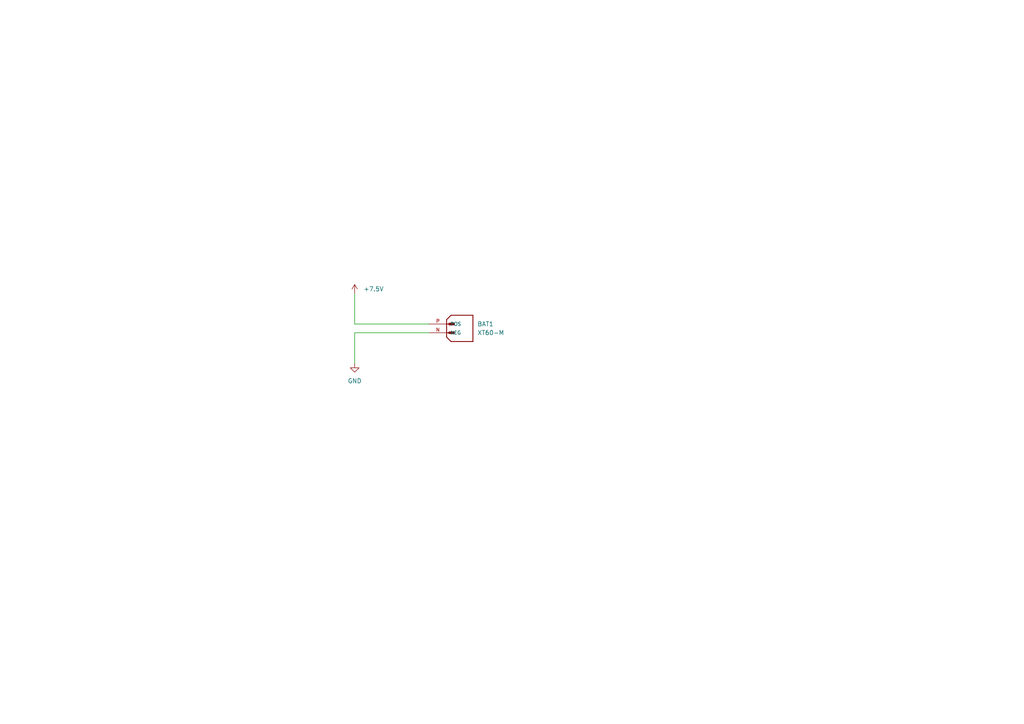
<source format=kicad_sch>
(kicad_sch (version 20211123) (generator eeschema)
  (paper "A4")
  (lib_symbols
    (symbol "XT60-M:XT60-M" (pin_names (offset 1.016))
      (property "Reference" "J" (at 0 6.35 0))
      (property "Value" "XT60-M" (at 0 -5.08 0))
      (symbol "XT60-M_0_0"
        (polyline (pts (xy 0 -1.27) (xy 1.27 -2.54)) (stroke (width 0.254)))
        (polyline (pts (xy 0 0) (xy 1.905 0)) (stroke (width 0.254)))
        (polyline (pts (xy 0 2.54) (xy 0 -1.27)) (stroke (width 0.254)))
        (polyline (pts (xy 0 2.54) (xy 1.905 2.54)) (stroke (width 0.254)))
        (polyline (pts (xy 0 3.81) (xy 0 2.54)) (stroke (width 0.254)))
        (polyline (pts (xy 0 3.81) (xy 1.27 5.08)) (stroke (width 0.254)))
        (polyline (pts (xy 1.27 -2.54) (xy 7.62 -2.54)) (stroke (width 0.254)))
        (polyline (pts (xy 7.62 -2.54) (xy 7.62 5.08)) (stroke (width 0.254)))
        (polyline (pts (xy 7.62 5.08) (xy 1.27 5.08)) (stroke (width 0.254)))
        (rectangle (start 0.635 -0.3175) (end 2.2225 0.3175) (stroke (width 0.1)) (fill (type outline)))
        (rectangle (start 0.635 2.2225) (end 2.2225 2.8575) (stroke (width 0.1)) (fill (type outline)))
        (pin passive line (at -5.08 0 0) (length 5.08) (name "NEG") (number "N"))
        (pin passive line (at -5.08 2.54 0) (length 5.08) (name "POS") (number "P"))
      )
    )
    (symbol "power:+7.5V" (power) (pin_names (offset 0))
      (property "Value" "+7.5V" (at 0 3.556 0))
      (symbol "+7.5V_0_1"
        (polyline (pts (xy -0.762 1.27) (xy 0 2.54)))
        (polyline (pts (xy 0 0) (xy 0 2.54)))
        (polyline (pts (xy 0 2.54) (xy 0.762 1.27)))
      )
      (symbol "+7.5V_1_1"
        (pin power_in line (at 0 0 90) (length 0) hide (name "+7.5V") (number "1"))
      )
    )
    (symbol "power:GND" (power) (pin_names (offset 0))
      (property "Value" "GND" (at 0 -3.81 0))
      (symbol "GND_0_1"
        (polyline (pts (xy 0 0) (xy 0 -1.27) (xy 1.27 -1.27) (xy 0 -2.54) (xy -1.27 -1.27) (xy 0 -1.27)))
      )
      (symbol "GND_1_1"
        (pin power_in line (at 0 0 270) (length 0) hide (name "GND") (number "1"))
      )
    )
  )
  (wire (pts (xy 102.87 85.09) (xy 102.87 93.98)))
  (wire (pts (xy 124.46 96.52) (xy 102.87 96.52)))
  (wire (pts (xy 102.87 93.98) (xy 124.46 93.98)))
  (wire (pts (xy 102.87 96.52) (xy 102.87 105.41)))
  (symbol (lib_id "power:GND") (at 102.87 105.41 0) (unit 1)
    (property "Reference" "#PWR0158" (effects hide))
    (property "Value" "GND" (at 102.87 110.49 0))
  )
  (symbol (lib_id "XT60-M:XT60-M") (at 129.54 96.52 0) (unit 1)
    (property "Reference" "BAT1" (at 138.43 93.9799 0) (effects (justify left)))
    (property "Value" "XT60-M" (at 138.43 96.5199 0) (effects (justify left)))
    (property "Footprint" "XT60-M:AMASS_XT60-M" (effects hide))
    (property "STANDARD" "IPC 7351B" (effects hide))
    (property "MAXIMUM_PACKAGE_HEIGHT" "16.00 mm" (effects hide))
    (property "PARTREV" "V1.2" (effects hide))
    (property "MANUFACTURER" "AMASS" (effects hide))
  )
  (symbol (lib_id "power:+7.5V") (at 102.87 85.09 0) (unit 1)
    (property "Reference" "#PWR0159" (effects hide))
    (property "Value" "+7.5V" (at 105.41 83.8199 0) (effects (justify left)))
  )
)
</source>
